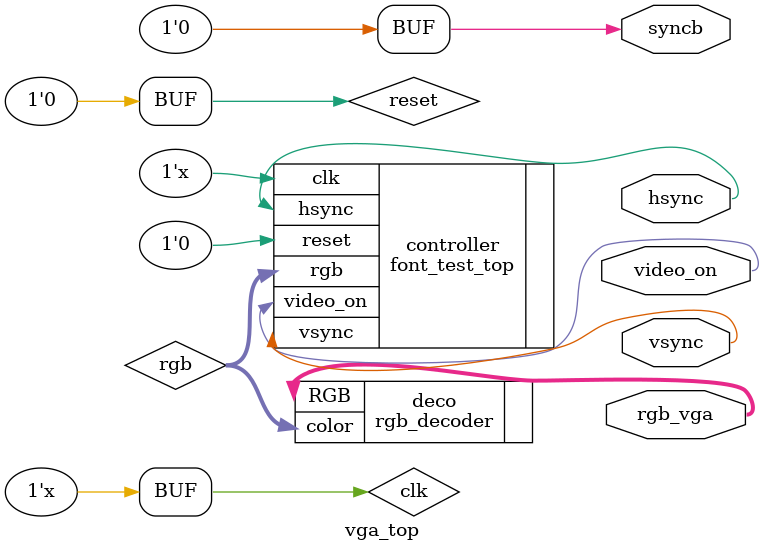
<source format=sv>
module  vga_top ( 
	//input logic clk, reset,
	output logic hsync, vsync,video_on, syncb,//video_on= SYNC_BLANK
	output logic [23:0] rgb_vga 
	);  

	//Signal declaration  
	logic clk, reset;
	logic [2:0] rgb; 

	//  body 
	//  instantiate vga sync circuit  
	font_test_top controller(.clk(clk),
		.reset(reset), .hsync(hsync), .vsync(vsync), 
		.video_on(video_on), .rgb(rgb)); 
	
		
		
	rgb_decoder deco(.color(rgb), .RGB(rgb_vga));
	
	//assign syncb = hsync & vsync;
	assign syncb =1'b0;
	initial begin
		#10; reset= 1'b1;
		#10; clk =1'b0;reset= 1'b0;
		//#10; sw = 3'b000;
	end
	always 
		begin
			#10; clk=~clk;	
		end

		
		
endmodule   
</source>
